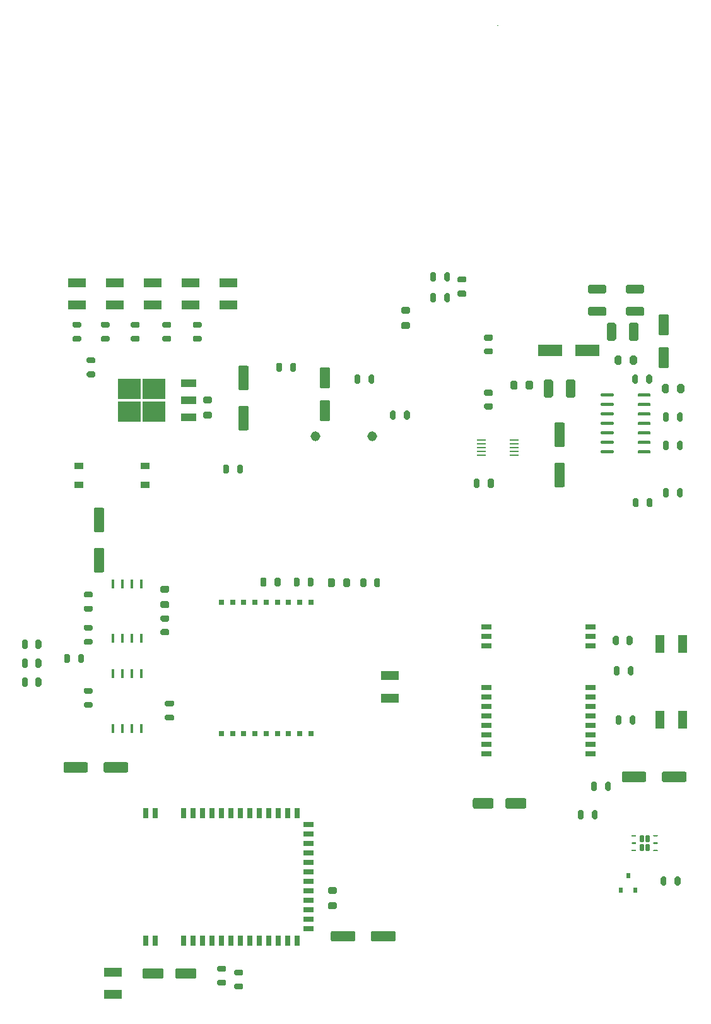
<source format=gbr>
G04 #@! TF.GenerationSoftware,KiCad,Pcbnew,(5.1.12)-1*
G04 #@! TF.CreationDate,2021-12-06T17:16:18+10:00*
G04 #@! TF.ProjectId,stmsplat2,73746d73-706c-4617-9432-2e6b69636164,rev?*
G04 #@! TF.SameCoordinates,Original*
G04 #@! TF.FileFunction,Paste,Top*
G04 #@! TF.FilePolarity,Positive*
%FSLAX46Y46*%
G04 Gerber Fmt 4.6, Leading zero omitted, Abs format (unit mm)*
G04 Created by KiCad (PCBNEW (5.1.12)-1) date 2021-12-06 17:16:18*
%MOMM*%
%LPD*%
G01*
G04 APERTURE LIST*
%ADD10C,0.200000*%
%ADD11R,1.298400X0.198400*%
%ADD12R,1.396800X0.796800*%
%ADD13R,1.296800X0.896800*%
%ADD14R,0.596800X0.696800*%
%ADD15R,1.296800X2.396800*%
%ADD16R,2.396800X1.296800*%
%ADD17R,3.296800X1.596800*%
%ADD18R,0.355600X1.295400*%
%ADD19R,1.996800X0.996800*%
%ADD20R,3.050000X2.750000*%
%ADD21R,0.796800X1.396800*%
%ADD22R,0.709300X0.796800*%
%ADD23C,1.316800*%
G04 APERTURE END LIST*
D10*
X125100000Y-33800000D02*
X125090000Y-33790000D01*
D11*
X127295000Y-89470000D03*
X127295000Y-89970000D03*
X127295000Y-90470000D03*
X127295000Y-90970000D03*
X127295000Y-91470000D03*
X122895000Y-91470000D03*
X122895000Y-90970000D03*
X122895000Y-90470000D03*
X122895000Y-89970000D03*
X122895000Y-89470000D03*
D12*
X137505800Y-122629600D03*
X137505800Y-123899600D03*
X137505800Y-125169600D03*
X137505800Y-126439600D03*
X137505800Y-127709600D03*
X137505800Y-128979600D03*
X137505800Y-130249600D03*
X137505800Y-131519600D03*
X137505800Y-115789600D03*
X137505800Y-114519600D03*
X137505800Y-117059600D03*
X123505800Y-115789600D03*
X123505800Y-114519600D03*
X123505800Y-117059600D03*
X123505800Y-126439600D03*
X123505800Y-123899600D03*
X123505800Y-130249600D03*
X123505800Y-131519600D03*
X123505800Y-127709600D03*
X123505800Y-122629600D03*
X123505800Y-125169600D03*
X123505800Y-128979600D03*
G36*
G01*
X124222963Y-76130900D02*
X123427037Y-76130900D01*
G75*
G02*
X123226600Y-75930463I0J200437D01*
G01*
X123226600Y-75509537D01*
G75*
G02*
X123427037Y-75309100I200437J0D01*
G01*
X124222963Y-75309100D01*
G75*
G02*
X124423400Y-75509537I0J-200437D01*
G01*
X124423400Y-75930463D01*
G75*
G02*
X124222963Y-76130900I-200437J0D01*
G01*
G37*
G36*
G01*
X124222963Y-77955900D02*
X123427037Y-77955900D01*
G75*
G02*
X123226600Y-77755463I0J200437D01*
G01*
X123226600Y-77334537D01*
G75*
G02*
X123427037Y-77134100I200437J0D01*
G01*
X124222963Y-77134100D01*
G75*
G02*
X124423400Y-77334537I0J-200437D01*
G01*
X124423400Y-77755463D01*
G75*
G02*
X124222963Y-77955900I-200437J0D01*
G01*
G37*
G36*
G01*
X124222963Y-83520900D02*
X123427037Y-83520900D01*
G75*
G02*
X123226600Y-83320463I0J200437D01*
G01*
X123226600Y-82899537D01*
G75*
G02*
X123427037Y-82699100I200437J0D01*
G01*
X124222963Y-82699100D01*
G75*
G02*
X124423400Y-82899537I0J-200437D01*
G01*
X124423400Y-83320463D01*
G75*
G02*
X124222963Y-83520900I-200437J0D01*
G01*
G37*
G36*
G01*
X124222963Y-85345900D02*
X123427037Y-85345900D01*
G75*
G02*
X123226600Y-85145463I0J200437D01*
G01*
X123226600Y-84724537D01*
G75*
G02*
X123427037Y-84524100I200437J0D01*
G01*
X124222963Y-84524100D01*
G75*
G02*
X124423400Y-84724537I0J-200437D01*
G01*
X124423400Y-85145463D01*
G75*
G02*
X124222963Y-85345900I-200437J0D01*
G01*
G37*
G36*
G01*
X101373850Y-84113600D02*
X102334150Y-84113600D01*
G75*
G02*
X102552400Y-84331850I0J-218250D01*
G01*
X102552400Y-86692150D01*
G75*
G02*
X102334150Y-86910400I-218250J0D01*
G01*
X101373850Y-86910400D01*
G75*
G02*
X101155600Y-86692150I0J218250D01*
G01*
X101155600Y-84331850D01*
G75*
G02*
X101373850Y-84113600I218250J0D01*
G01*
G37*
G36*
G01*
X101373850Y-79713600D02*
X102334150Y-79713600D01*
G75*
G02*
X102552400Y-79931850I0J-218250D01*
G01*
X102552400Y-82292150D01*
G75*
G02*
X102334150Y-82510400I-218250J0D01*
G01*
X101373850Y-82510400D01*
G75*
G02*
X101155600Y-82292150I0J218250D01*
G01*
X101155600Y-79931850D01*
G75*
G02*
X101373850Y-79713600I218250J0D01*
G01*
G37*
D13*
X68829000Y-95427800D03*
X77729000Y-92887800D03*
X68829000Y-92887800D03*
X77729000Y-95427800D03*
G36*
G01*
X70068400Y-132869850D02*
X70068400Y-133830150D01*
G75*
G02*
X69850150Y-134048400I-218250J0D01*
G01*
X66989850Y-134048400D01*
G75*
G02*
X66771600Y-133830150I0J218250D01*
G01*
X66771600Y-132869850D01*
G75*
G02*
X66989850Y-132651600I218250J0D01*
G01*
X69850150Y-132651600D01*
G75*
G02*
X70068400Y-132869850I0J-218250D01*
G01*
G37*
G36*
G01*
X75468400Y-132869850D02*
X75468400Y-133830150D01*
G75*
G02*
X75250150Y-134048400I-218250J0D01*
G01*
X72389850Y-134048400D01*
G75*
G02*
X72171600Y-133830150I0J218250D01*
G01*
X72171600Y-132869850D01*
G75*
G02*
X72389850Y-132651600I218250J0D01*
G01*
X75250150Y-132651600D01*
G75*
G02*
X75468400Y-132869850I0J-218250D01*
G01*
G37*
G36*
G01*
X72030150Y-101818400D02*
X71069850Y-101818400D01*
G75*
G02*
X70851600Y-101600150I0J218250D01*
G01*
X70851600Y-98739850D01*
G75*
G02*
X71069850Y-98521600I218250J0D01*
G01*
X72030150Y-98521600D01*
G75*
G02*
X72248400Y-98739850I0J-218250D01*
G01*
X72248400Y-101600150D01*
G75*
G02*
X72030150Y-101818400I-218250J0D01*
G01*
G37*
G36*
G01*
X72030150Y-107218400D02*
X71069850Y-107218400D01*
G75*
G02*
X70851600Y-107000150I0J218250D01*
G01*
X70851600Y-104139850D01*
G75*
G02*
X71069850Y-103921600I218250J0D01*
G01*
X72030150Y-103921600D01*
G75*
G02*
X72248400Y-104139850I0J-218250D01*
G01*
X72248400Y-107000150D01*
G75*
G02*
X72030150Y-107218400I-218250J0D01*
G01*
G37*
G36*
G01*
X80198400Y-160519850D02*
X80198400Y-161480150D01*
G75*
G02*
X79980150Y-161698400I-218250J0D01*
G01*
X77619850Y-161698400D01*
G75*
G02*
X77401600Y-161480150I0J218250D01*
G01*
X77401600Y-160519850D01*
G75*
G02*
X77619850Y-160301600I218250J0D01*
G01*
X79980150Y-160301600D01*
G75*
G02*
X80198400Y-160519850I0J-218250D01*
G01*
G37*
G36*
G01*
X84598400Y-160519850D02*
X84598400Y-161480150D01*
G75*
G02*
X84380150Y-161698400I-218250J0D01*
G01*
X82019850Y-161698400D01*
G75*
G02*
X81801600Y-161480150I0J218250D01*
G01*
X81801600Y-160519850D01*
G75*
G02*
X82019850Y-160301600I218250J0D01*
G01*
X84380150Y-160301600D01*
G75*
G02*
X84598400Y-160519850I0J-218250D01*
G01*
G37*
G36*
G01*
X93998400Y-108075800D02*
X93998400Y-108924200D01*
G75*
G02*
X93799200Y-109123400I-199200J0D01*
G01*
X93400800Y-109123400D01*
G75*
G02*
X93201600Y-108924200I0J199200D01*
G01*
X93201600Y-108075800D01*
G75*
G02*
X93400800Y-107876600I199200J0D01*
G01*
X93799200Y-107876600D01*
G75*
G02*
X93998400Y-108075800I0J-199200D01*
G01*
G37*
G36*
G01*
X95898400Y-108075800D02*
X95898400Y-108924200D01*
G75*
G02*
X95699200Y-109123400I-199200J0D01*
G01*
X95300800Y-109123400D01*
G75*
G02*
X95101600Y-108924200I0J199200D01*
G01*
X95101600Y-108075800D01*
G75*
G02*
X95300800Y-107876600I199200J0D01*
G01*
X95699200Y-107876600D01*
G75*
G02*
X95898400Y-108075800I0J-199200D01*
G01*
G37*
G36*
G01*
X103198400Y-108192425D02*
X103198400Y-108977575D01*
G75*
G02*
X102992575Y-109183400I-205825J0D01*
G01*
X102457425Y-109183400D01*
G75*
G02*
X102251600Y-108977575I0J205825D01*
G01*
X102251600Y-108192425D01*
G75*
G02*
X102457425Y-107986600I205825J0D01*
G01*
X102992575Y-107986600D01*
G75*
G02*
X103198400Y-108192425I0J-205825D01*
G01*
G37*
G36*
G01*
X105248400Y-108192425D02*
X105248400Y-108977575D01*
G75*
G02*
X105042575Y-109183400I-205825J0D01*
G01*
X104507425Y-109183400D01*
G75*
G02*
X104301600Y-108977575I0J205825D01*
G01*
X104301600Y-108192425D01*
G75*
G02*
X104507425Y-107986600I205825J0D01*
G01*
X105042575Y-107986600D01*
G75*
G02*
X105248400Y-108192425I0J-205825D01*
G01*
G37*
G36*
G01*
X79993037Y-114801600D02*
X80788963Y-114801600D01*
G75*
G02*
X80989400Y-115002037I0J-200437D01*
G01*
X80989400Y-115422963D01*
G75*
G02*
X80788963Y-115623400I-200437J0D01*
G01*
X79993037Y-115623400D01*
G75*
G02*
X79792600Y-115422963I0J200437D01*
G01*
X79792600Y-115002037D01*
G75*
G02*
X79993037Y-114801600I200437J0D01*
G01*
G37*
G36*
G01*
X79993037Y-112976600D02*
X80788963Y-112976600D01*
G75*
G02*
X80989400Y-113177037I0J-200437D01*
G01*
X80989400Y-113597963D01*
G75*
G02*
X80788963Y-113798400I-200437J0D01*
G01*
X79993037Y-113798400D01*
G75*
G02*
X79792600Y-113597963I0J200437D01*
G01*
X79792600Y-113177037D01*
G75*
G02*
X79993037Y-112976600I200437J0D01*
G01*
G37*
G36*
G01*
X62005900Y-118982037D02*
X62005900Y-119777963D01*
G75*
G02*
X61805463Y-119978400I-200437J0D01*
G01*
X61384537Y-119978400D01*
G75*
G02*
X61184100Y-119777963I0J200437D01*
G01*
X61184100Y-118982037D01*
G75*
G02*
X61384537Y-118781600I200437J0D01*
G01*
X61805463Y-118781600D01*
G75*
G02*
X62005900Y-118982037I0J-200437D01*
G01*
G37*
G36*
G01*
X63830900Y-118982037D02*
X63830900Y-119777963D01*
G75*
G02*
X63630463Y-119978400I-200437J0D01*
G01*
X63209537Y-119978400D01*
G75*
G02*
X63009100Y-119777963I0J200437D01*
G01*
X63009100Y-118982037D01*
G75*
G02*
X63209537Y-118781600I200437J0D01*
G01*
X63630463Y-118781600D01*
G75*
G02*
X63830900Y-118982037I0J-200437D01*
G01*
G37*
G36*
G01*
X62005900Y-121522037D02*
X62005900Y-122317963D01*
G75*
G02*
X61805463Y-122518400I-200437J0D01*
G01*
X61384537Y-122518400D01*
G75*
G02*
X61184100Y-122317963I0J200437D01*
G01*
X61184100Y-121522037D01*
G75*
G02*
X61384537Y-121321600I200437J0D01*
G01*
X61805463Y-121321600D01*
G75*
G02*
X62005900Y-121522037I0J-200437D01*
G01*
G37*
G36*
G01*
X63830900Y-121522037D02*
X63830900Y-122317963D01*
G75*
G02*
X63630463Y-122518400I-200437J0D01*
G01*
X63209537Y-122518400D01*
G75*
G02*
X63009100Y-122317963I0J200437D01*
G01*
X63009100Y-121522037D01*
G75*
G02*
X63209537Y-121321600I200437J0D01*
G01*
X63630463Y-121321600D01*
G75*
G02*
X63830900Y-121522037I0J-200437D01*
G01*
G37*
G36*
G01*
X62005900Y-116442037D02*
X62005900Y-117237963D01*
G75*
G02*
X61805463Y-117438400I-200437J0D01*
G01*
X61384537Y-117438400D01*
G75*
G02*
X61184100Y-117237963I0J200437D01*
G01*
X61184100Y-116442037D01*
G75*
G02*
X61384537Y-116241600I200437J0D01*
G01*
X61805463Y-116241600D01*
G75*
G02*
X62005900Y-116442037I0J-200437D01*
G01*
G37*
G36*
G01*
X63830900Y-116442037D02*
X63830900Y-117237963D01*
G75*
G02*
X63630463Y-117438400I-200437J0D01*
G01*
X63209537Y-117438400D01*
G75*
G02*
X63009100Y-117237963I0J200437D01*
G01*
X63009100Y-116442037D01*
G75*
G02*
X63209537Y-116241600I200437J0D01*
G01*
X63630463Y-116241600D01*
G75*
G02*
X63830900Y-116442037I0J-200437D01*
G01*
G37*
G36*
G01*
X79998425Y-111041600D02*
X80783575Y-111041600D01*
G75*
G02*
X80989400Y-111247425I0J-205825D01*
G01*
X80989400Y-111782575D01*
G75*
G02*
X80783575Y-111988400I-205825J0D01*
G01*
X79998425Y-111988400D01*
G75*
G02*
X79792600Y-111782575I0J205825D01*
G01*
X79792600Y-111247425D01*
G75*
G02*
X79998425Y-111041600I205825J0D01*
G01*
G37*
G36*
G01*
X79998425Y-108991600D02*
X80783575Y-108991600D01*
G75*
G02*
X80989400Y-109197425I0J-205825D01*
G01*
X80989400Y-109732575D01*
G75*
G02*
X80783575Y-109938400I-205825J0D01*
G01*
X79998425Y-109938400D01*
G75*
G02*
X79792600Y-109732575I0J205825D01*
G01*
X79792600Y-109197425D01*
G75*
G02*
X79998425Y-108991600I205825J0D01*
G01*
G37*
G36*
G01*
X140945400Y-73920950D02*
X140945400Y-75939050D01*
G75*
G02*
X140731050Y-76153400I-214350J0D01*
G01*
X139937950Y-76153400D01*
G75*
G02*
X139723600Y-75939050I0J214350D01*
G01*
X139723600Y-73920950D01*
G75*
G02*
X139937950Y-73706600I214350J0D01*
G01*
X140731050Y-73706600D01*
G75*
G02*
X140945400Y-73920950I0J-214350D01*
G01*
G37*
G36*
G01*
X143920400Y-73920950D02*
X143920400Y-75939050D01*
G75*
G02*
X143706050Y-76153400I-214350J0D01*
G01*
X142912950Y-76153400D01*
G75*
G02*
X142698600Y-75939050I0J214350D01*
G01*
X142698600Y-73920950D01*
G75*
G02*
X142912950Y-73706600I214350J0D01*
G01*
X143706050Y-73706600D01*
G75*
G02*
X143920400Y-73920950I0J-214350D01*
G01*
G37*
G36*
G01*
X147800150Y-75398400D02*
X146839850Y-75398400D01*
G75*
G02*
X146621600Y-75180150I0J218250D01*
G01*
X146621600Y-72819850D01*
G75*
G02*
X146839850Y-72601600I218250J0D01*
G01*
X147800150Y-72601600D01*
G75*
G02*
X148018400Y-72819850I0J-218250D01*
G01*
X148018400Y-75180150D01*
G75*
G02*
X147800150Y-75398400I-218250J0D01*
G01*
G37*
G36*
G01*
X147800150Y-79798400D02*
X146839850Y-79798400D01*
G75*
G02*
X146621600Y-79580150I0J218250D01*
G01*
X146621600Y-77219850D01*
G75*
G02*
X146839850Y-77001600I218250J0D01*
G01*
X147800150Y-77001600D01*
G75*
G02*
X148018400Y-77219850I0J-218250D01*
G01*
X148018400Y-79580150D01*
G75*
G02*
X147800150Y-79798400I-218250J0D01*
G01*
G37*
G36*
G01*
X126109600Y-138656150D02*
X126109600Y-137695850D01*
G75*
G02*
X126327850Y-137477600I218250J0D01*
G01*
X128688150Y-137477600D01*
G75*
G02*
X128906400Y-137695850I0J-218250D01*
G01*
X128906400Y-138656150D01*
G75*
G02*
X128688150Y-138874400I-218250J0D01*
G01*
X126327850Y-138874400D01*
G75*
G02*
X126109600Y-138656150I0J218250D01*
G01*
G37*
G36*
G01*
X121709600Y-138656150D02*
X121709600Y-137695850D01*
G75*
G02*
X121927850Y-137477600I218250J0D01*
G01*
X124288150Y-137477600D01*
G75*
G02*
X124506400Y-137695850I0J-218250D01*
G01*
X124506400Y-138656150D01*
G75*
G02*
X124288150Y-138874400I-218250J0D01*
G01*
X121927850Y-138874400D01*
G75*
G02*
X121709600Y-138656150I0J218250D01*
G01*
G37*
G36*
G01*
X108051600Y-156480150D02*
X108051600Y-155519850D01*
G75*
G02*
X108269850Y-155301600I218250J0D01*
G01*
X111130150Y-155301600D01*
G75*
G02*
X111348400Y-155519850I0J-218250D01*
G01*
X111348400Y-156480150D01*
G75*
G02*
X111130150Y-156698400I-218250J0D01*
G01*
X108269850Y-156698400D01*
G75*
G02*
X108051600Y-156480150I0J218250D01*
G01*
G37*
G36*
G01*
X102651600Y-156480150D02*
X102651600Y-155519850D01*
G75*
G02*
X102869850Y-155301600I218250J0D01*
G01*
X105730150Y-155301600D01*
G75*
G02*
X105948400Y-155519850I0J-218250D01*
G01*
X105948400Y-156480150D01*
G75*
G02*
X105730150Y-156698400I-218250J0D01*
G01*
X102869850Y-156698400D01*
G75*
G02*
X102651600Y-156480150I0J218250D01*
G01*
G37*
D14*
X142560000Y-147860000D03*
X143510000Y-149860000D03*
X141610000Y-149860000D03*
G36*
G01*
X147101600Y-135100150D02*
X147101600Y-134139850D01*
G75*
G02*
X147319850Y-133921600I218250J0D01*
G01*
X150180150Y-133921600D01*
G75*
G02*
X150398400Y-134139850I0J-218250D01*
G01*
X150398400Y-135100150D01*
G75*
G02*
X150180150Y-135318400I-218250J0D01*
G01*
X147319850Y-135318400D01*
G75*
G02*
X147101600Y-135100150I0J218250D01*
G01*
G37*
G36*
G01*
X141701600Y-135100150D02*
X141701600Y-134139850D01*
G75*
G02*
X141919850Y-133921600I218250J0D01*
G01*
X144780150Y-133921600D01*
G75*
G02*
X144998400Y-134139850I0J-218250D01*
G01*
X144998400Y-135100150D01*
G75*
G02*
X144780150Y-135318400I-218250J0D01*
G01*
X141919850Y-135318400D01*
G75*
G02*
X141701600Y-135100150I0J218250D01*
G01*
G37*
G36*
G01*
X132869850Y-92491600D02*
X133830150Y-92491600D01*
G75*
G02*
X134048400Y-92709850I0J-218250D01*
G01*
X134048400Y-95570150D01*
G75*
G02*
X133830150Y-95788400I-218250J0D01*
G01*
X132869850Y-95788400D01*
G75*
G02*
X132651600Y-95570150I0J218250D01*
G01*
X132651600Y-92709850D01*
G75*
G02*
X132869850Y-92491600I218250J0D01*
G01*
G37*
G36*
G01*
X132869850Y-87091600D02*
X133830150Y-87091600D01*
G75*
G02*
X134048400Y-87309850I0J-218250D01*
G01*
X134048400Y-90170150D01*
G75*
G02*
X133830150Y-90388400I-218250J0D01*
G01*
X132869850Y-90388400D01*
G75*
G02*
X132651600Y-90170150I0J218250D01*
G01*
X132651600Y-87309850D01*
G75*
G02*
X132869850Y-87091600I218250J0D01*
G01*
G37*
G36*
G01*
X90451850Y-84871600D02*
X91412150Y-84871600D01*
G75*
G02*
X91630400Y-85089850I0J-218250D01*
G01*
X91630400Y-87950150D01*
G75*
G02*
X91412150Y-88168400I-218250J0D01*
G01*
X90451850Y-88168400D01*
G75*
G02*
X90233600Y-87950150I0J218250D01*
G01*
X90233600Y-85089850D01*
G75*
G02*
X90451850Y-84871600I218250J0D01*
G01*
G37*
G36*
G01*
X90451850Y-79471600D02*
X91412150Y-79471600D01*
G75*
G02*
X91630400Y-79689850I0J-218250D01*
G01*
X91630400Y-82550150D01*
G75*
G02*
X91412150Y-82768400I-218250J0D01*
G01*
X90451850Y-82768400D01*
G75*
G02*
X90233600Y-82550150I0J218250D01*
G01*
X90233600Y-79689850D01*
G75*
G02*
X90451850Y-79471600I218250J0D01*
G01*
G37*
G36*
G01*
X117899600Y-70763450D02*
X117899600Y-69952550D01*
G75*
G02*
X118092550Y-69759600I192950J0D01*
G01*
X118478450Y-69759600D01*
G75*
G02*
X118671400Y-69952550I0J-192950D01*
G01*
X118671400Y-70763450D01*
G75*
G02*
X118478450Y-70956400I-192950J0D01*
G01*
X118092550Y-70956400D01*
G75*
G02*
X117899600Y-70763450I0J192950D01*
G01*
G37*
G36*
G01*
X116024600Y-70763450D02*
X116024600Y-69952550D01*
G75*
G02*
X116217550Y-69759600I192950J0D01*
G01*
X116603450Y-69759600D01*
G75*
G02*
X116796400Y-69952550I0J-192950D01*
G01*
X116796400Y-70763450D01*
G75*
G02*
X116603450Y-70956400I-192950J0D01*
G01*
X116217550Y-70956400D01*
G75*
G02*
X116024600Y-70763450I0J192950D01*
G01*
G37*
G36*
G01*
X96110400Y-79287050D02*
X96110400Y-80097950D01*
G75*
G02*
X95917450Y-80290900I-192950J0D01*
G01*
X95531550Y-80290900D01*
G75*
G02*
X95338600Y-80097950I0J192950D01*
G01*
X95338600Y-79287050D01*
G75*
G02*
X95531550Y-79094100I192950J0D01*
G01*
X95917450Y-79094100D01*
G75*
G02*
X96110400Y-79287050I0J-192950D01*
G01*
G37*
G36*
G01*
X97985400Y-79287050D02*
X97985400Y-80097950D01*
G75*
G02*
X97792450Y-80290900I-192950J0D01*
G01*
X97406550Y-80290900D01*
G75*
G02*
X97213600Y-80097950I0J192950D01*
G01*
X97213600Y-79287050D01*
G75*
G02*
X97406550Y-79094100I192950J0D01*
G01*
X97792450Y-79094100D01*
G75*
G02*
X97985400Y-79287050I0J-192950D01*
G01*
G37*
G36*
G01*
X134226600Y-83559050D02*
X134226600Y-81540950D01*
G75*
G02*
X134440950Y-81326600I214350J0D01*
G01*
X135234050Y-81326600D01*
G75*
G02*
X135448400Y-81540950I0J-214350D01*
G01*
X135448400Y-83559050D01*
G75*
G02*
X135234050Y-83773400I-214350J0D01*
G01*
X134440950Y-83773400D01*
G75*
G02*
X134226600Y-83559050I0J214350D01*
G01*
G37*
G36*
G01*
X131251600Y-83559050D02*
X131251600Y-81540950D01*
G75*
G02*
X131465950Y-81326600I214350J0D01*
G01*
X132259050Y-81326600D01*
G75*
G02*
X132473400Y-81540950I0J-214350D01*
G01*
X132473400Y-83559050D01*
G75*
G02*
X132259050Y-83773400I-214350J0D01*
G01*
X131465950Y-83773400D01*
G75*
G02*
X131251600Y-83559050I0J214350D01*
G01*
G37*
D15*
X149860000Y-116840000D03*
X146860000Y-116840000D03*
D16*
X78740000Y-71350000D03*
X78740000Y-68350000D03*
X83820000Y-71350000D03*
X83820000Y-68350000D03*
X110617000Y-124055000D03*
X110617000Y-121055000D03*
X88900000Y-71350000D03*
X88900000Y-68350000D03*
X73406000Y-163830000D03*
X73406000Y-160830000D03*
X73660000Y-71350000D03*
X73660000Y-68350000D03*
D17*
X132120000Y-77470000D03*
X137120000Y-77470000D03*
D15*
X149860000Y-127000000D03*
X146860000Y-127000000D03*
D16*
X68580000Y-71350000D03*
X68580000Y-68350000D03*
G36*
G01*
X142500950Y-71579100D02*
X144519050Y-71579100D01*
G75*
G02*
X144733400Y-71793450I0J-214350D01*
G01*
X144733400Y-72586550D01*
G75*
G02*
X144519050Y-72800900I-214350J0D01*
G01*
X142500950Y-72800900D01*
G75*
G02*
X142286600Y-72586550I0J214350D01*
G01*
X142286600Y-71793450D01*
G75*
G02*
X142500950Y-71579100I214350J0D01*
G01*
G37*
G36*
G01*
X142500950Y-68604100D02*
X144519050Y-68604100D01*
G75*
G02*
X144733400Y-68818450I0J-214350D01*
G01*
X144733400Y-69611550D01*
G75*
G02*
X144519050Y-69825900I-214350J0D01*
G01*
X142500950Y-69825900D01*
G75*
G02*
X142286600Y-69611550I0J214350D01*
G01*
X142286600Y-68818450D01*
G75*
G02*
X142500950Y-68604100I214350J0D01*
G01*
G37*
G36*
G01*
X139439050Y-69825900D02*
X137420950Y-69825900D01*
G75*
G02*
X137206600Y-69611550I0J214350D01*
G01*
X137206600Y-68818450D01*
G75*
G02*
X137420950Y-68604100I214350J0D01*
G01*
X139439050Y-68604100D01*
G75*
G02*
X139653400Y-68818450I0J-214350D01*
G01*
X139653400Y-69611550D01*
G75*
G02*
X139439050Y-69825900I-214350J0D01*
G01*
G37*
G36*
G01*
X139439050Y-72800900D02*
X137420950Y-72800900D01*
G75*
G02*
X137206600Y-72586550I0J214350D01*
G01*
X137206600Y-71793450D01*
G75*
G02*
X137420950Y-71579100I214350J0D01*
G01*
X139439050Y-71579100D01*
G75*
G02*
X139653400Y-71793450I0J-214350D01*
G01*
X139653400Y-72586550D01*
G75*
G02*
X139439050Y-72800900I-214350J0D01*
G01*
G37*
G36*
G01*
X128821600Y-82485375D02*
X128821600Y-81700225D01*
G75*
G02*
X129027425Y-81494400I205825J0D01*
G01*
X129562575Y-81494400D01*
G75*
G02*
X129768400Y-81700225I0J-205825D01*
G01*
X129768400Y-82485375D01*
G75*
G02*
X129562575Y-82691200I-205825J0D01*
G01*
X129027425Y-82691200D01*
G75*
G02*
X128821600Y-82485375I0J205825D01*
G01*
G37*
G36*
G01*
X126771600Y-82485375D02*
X126771600Y-81700225D01*
G75*
G02*
X126977425Y-81494400I205825J0D01*
G01*
X127512575Y-81494400D01*
G75*
G02*
X127718400Y-81700225I0J-205825D01*
G01*
X127718400Y-82485375D01*
G75*
G02*
X127512575Y-82691200I-205825J0D01*
G01*
X126977425Y-82691200D01*
G75*
G02*
X126771600Y-82485375I0J205825D01*
G01*
G37*
G36*
G01*
X141688400Y-78347425D02*
X141688400Y-79132575D01*
G75*
G02*
X141482575Y-79338400I-205825J0D01*
G01*
X140947425Y-79338400D01*
G75*
G02*
X140741600Y-79132575I0J205825D01*
G01*
X140741600Y-78347425D01*
G75*
G02*
X140947425Y-78141600I205825J0D01*
G01*
X141482575Y-78141600D01*
G75*
G02*
X141688400Y-78347425I0J-205825D01*
G01*
G37*
G36*
G01*
X143738400Y-78347425D02*
X143738400Y-79132575D01*
G75*
G02*
X143532575Y-79338400I-205825J0D01*
G01*
X142997425Y-79338400D01*
G75*
G02*
X142791600Y-79132575I0J205825D01*
G01*
X142791600Y-78347425D01*
G75*
G02*
X142997425Y-78141600I205825J0D01*
G01*
X143532575Y-78141600D01*
G75*
G02*
X143738400Y-78347425I0J-205825D01*
G01*
G37*
G36*
G01*
X145062600Y-98258950D02*
X145062600Y-97448050D01*
G75*
G02*
X145255550Y-97255100I192950J0D01*
G01*
X145641450Y-97255100D01*
G75*
G02*
X145834400Y-97448050I0J-192950D01*
G01*
X145834400Y-98258950D01*
G75*
G02*
X145641450Y-98451900I-192950J0D01*
G01*
X145255550Y-98451900D01*
G75*
G02*
X145062600Y-98258950I0J192950D01*
G01*
G37*
G36*
G01*
X143187600Y-98258950D02*
X143187600Y-97448050D01*
G75*
G02*
X143380550Y-97255100I192950J0D01*
G01*
X143766450Y-97255100D01*
G75*
G02*
X143959400Y-97448050I0J-192950D01*
G01*
X143959400Y-98258950D01*
G75*
G02*
X143766450Y-98451900I-192950J0D01*
G01*
X143380550Y-98451900D01*
G75*
G02*
X143187600Y-98258950I0J192950D01*
G01*
G37*
D18*
X73406000Y-128117600D03*
X74676000Y-128117600D03*
X75946000Y-128117600D03*
X77216000Y-128117600D03*
X77216000Y-120802400D03*
X75946000Y-120802400D03*
X74676000Y-120802400D03*
X73406000Y-120802400D03*
G36*
G01*
X144105000Y-143245000D02*
X144105000Y-142575000D01*
G75*
G02*
X144255000Y-142425000I150000J0D01*
G01*
X144555000Y-142425000D01*
G75*
G02*
X144705000Y-142575000I0J-150000D01*
G01*
X144705000Y-143245000D01*
G75*
G02*
X144555000Y-143395000I-150000J0D01*
G01*
X144255000Y-143395000D01*
G75*
G02*
X144105000Y-143245000I0J150000D01*
G01*
G37*
G36*
G01*
X144105000Y-144445000D02*
X144105000Y-143775000D01*
G75*
G02*
X144255000Y-143625000I150000J0D01*
G01*
X144555000Y-143625000D01*
G75*
G02*
X144705000Y-143775000I0J-150000D01*
G01*
X144705000Y-144445000D01*
G75*
G02*
X144555000Y-144595000I-150000J0D01*
G01*
X144255000Y-144595000D01*
G75*
G02*
X144105000Y-144445000I0J150000D01*
G01*
G37*
G36*
G01*
X144855000Y-143245000D02*
X144855000Y-142575000D01*
G75*
G02*
X145005000Y-142425000I150000J0D01*
G01*
X145305000Y-142425000D01*
G75*
G02*
X145455000Y-142575000I0J-150000D01*
G01*
X145455000Y-143245000D01*
G75*
G02*
X145305000Y-143395000I-150000J0D01*
G01*
X145005000Y-143395000D01*
G75*
G02*
X144855000Y-143245000I0J150000D01*
G01*
G37*
G36*
G01*
X144855000Y-144445000D02*
X144855000Y-143775000D01*
G75*
G02*
X145005000Y-143625000I150000J0D01*
G01*
X145305000Y-143625000D01*
G75*
G02*
X145455000Y-143775000I0J-150000D01*
G01*
X145455000Y-144445000D01*
G75*
G02*
X145305000Y-144595000I-150000J0D01*
G01*
X145005000Y-144595000D01*
G75*
G02*
X144855000Y-144445000I0J150000D01*
G01*
G37*
G36*
G01*
X143031600Y-142559200D02*
X143031600Y-142460800D01*
G75*
G02*
X143080800Y-142411600I49200J0D01*
G01*
X143579200Y-142411600D01*
G75*
G02*
X143628400Y-142460800I0J-49200D01*
G01*
X143628400Y-142559200D01*
G75*
G02*
X143579200Y-142608400I-49200J0D01*
G01*
X143080800Y-142608400D01*
G75*
G02*
X143031600Y-142559200I0J49200D01*
G01*
G37*
G36*
G01*
X143031600Y-143559200D02*
X143031600Y-143460800D01*
G75*
G02*
X143080800Y-143411600I49200J0D01*
G01*
X143579200Y-143411600D01*
G75*
G02*
X143628400Y-143460800I0J-49200D01*
G01*
X143628400Y-143559200D01*
G75*
G02*
X143579200Y-143608400I-49200J0D01*
G01*
X143080800Y-143608400D01*
G75*
G02*
X143031600Y-143559200I0J49200D01*
G01*
G37*
G36*
G01*
X143031600Y-144559200D02*
X143031600Y-144460800D01*
G75*
G02*
X143080800Y-144411600I49200J0D01*
G01*
X143579200Y-144411600D01*
G75*
G02*
X143628400Y-144460800I0J-49200D01*
G01*
X143628400Y-144559200D01*
G75*
G02*
X143579200Y-144608400I-49200J0D01*
G01*
X143080800Y-144608400D01*
G75*
G02*
X143031600Y-144559200I0J49200D01*
G01*
G37*
G36*
G01*
X145931600Y-144559200D02*
X145931600Y-144460800D01*
G75*
G02*
X145980800Y-144411600I49200J0D01*
G01*
X146479200Y-144411600D01*
G75*
G02*
X146528400Y-144460800I0J-49200D01*
G01*
X146528400Y-144559200D01*
G75*
G02*
X146479200Y-144608400I-49200J0D01*
G01*
X145980800Y-144608400D01*
G75*
G02*
X145931600Y-144559200I0J49200D01*
G01*
G37*
G36*
G01*
X145931600Y-143559200D02*
X145931600Y-143460800D01*
G75*
G02*
X145980800Y-143411600I49200J0D01*
G01*
X146479200Y-143411600D01*
G75*
G02*
X146528400Y-143460800I0J-49200D01*
G01*
X146528400Y-143559200D01*
G75*
G02*
X146479200Y-143608400I-49200J0D01*
G01*
X145980800Y-143608400D01*
G75*
G02*
X145931600Y-143559200I0J49200D01*
G01*
G37*
G36*
G01*
X145931600Y-142559200D02*
X145931600Y-142460800D01*
G75*
G02*
X145980800Y-142411600I49200J0D01*
G01*
X146479200Y-142411600D01*
G75*
G02*
X146528400Y-142460800I0J-49200D01*
G01*
X146528400Y-142559200D01*
G75*
G02*
X146479200Y-142608400I-49200J0D01*
G01*
X145980800Y-142608400D01*
G75*
G02*
X145931600Y-142559200I0J49200D01*
G01*
G37*
G36*
G01*
X118671400Y-67158550D02*
X118671400Y-67969450D01*
G75*
G02*
X118478450Y-68162400I-192950J0D01*
G01*
X118092550Y-68162400D01*
G75*
G02*
X117899600Y-67969450I0J192950D01*
G01*
X117899600Y-67158550D01*
G75*
G02*
X118092550Y-66965600I192950J0D01*
G01*
X118478450Y-66965600D01*
G75*
G02*
X118671400Y-67158550I0J-192950D01*
G01*
G37*
G36*
G01*
X116796400Y-67158550D02*
X116796400Y-67969450D01*
G75*
G02*
X116603450Y-68162400I-192950J0D01*
G01*
X116217550Y-68162400D01*
G75*
G02*
X116024600Y-67969450I0J192950D01*
G01*
X116024600Y-67158550D01*
G75*
G02*
X116217550Y-66965600I192950J0D01*
G01*
X116603450Y-66965600D01*
G75*
G02*
X116796400Y-67158550I0J-192950D01*
G01*
G37*
G36*
G01*
X113087575Y-74584400D02*
X112302425Y-74584400D01*
G75*
G02*
X112096600Y-74378575I0J205825D01*
G01*
X112096600Y-73843425D01*
G75*
G02*
X112302425Y-73637600I205825J0D01*
G01*
X113087575Y-73637600D01*
G75*
G02*
X113293400Y-73843425I0J-205825D01*
G01*
X113293400Y-74378575D01*
G75*
G02*
X113087575Y-74584400I-205825J0D01*
G01*
G37*
G36*
G01*
X113087575Y-72534400D02*
X112302425Y-72534400D01*
G75*
G02*
X112096600Y-72328575I0J205825D01*
G01*
X112096600Y-71793425D01*
G75*
G02*
X112302425Y-71587600I205825J0D01*
G01*
X113087575Y-71587600D01*
G75*
G02*
X113293400Y-71793425I0J-205825D01*
G01*
X113293400Y-72328575D01*
G75*
G02*
X113087575Y-72534400I-205825J0D01*
G01*
G37*
G36*
G01*
X85713425Y-85641600D02*
X86498575Y-85641600D01*
G75*
G02*
X86704400Y-85847425I0J-205825D01*
G01*
X86704400Y-86382575D01*
G75*
G02*
X86498575Y-86588400I-205825J0D01*
G01*
X85713425Y-86588400D01*
G75*
G02*
X85507600Y-86382575I0J205825D01*
G01*
X85507600Y-85847425D01*
G75*
G02*
X85713425Y-85641600I205825J0D01*
G01*
G37*
G36*
G01*
X85713425Y-83591600D02*
X86498575Y-83591600D01*
G75*
G02*
X86704400Y-83797425I0J-205825D01*
G01*
X86704400Y-84332575D01*
G75*
G02*
X86498575Y-84538400I-205825J0D01*
G01*
X85713425Y-84538400D01*
G75*
G02*
X85507600Y-84332575I0J205825D01*
G01*
X85507600Y-83797425D01*
G75*
G02*
X85713425Y-83591600I205825J0D01*
G01*
G37*
G36*
G01*
X147091600Y-82942575D02*
X147091600Y-82157425D01*
G75*
G02*
X147297425Y-81951600I205825J0D01*
G01*
X147832575Y-81951600D01*
G75*
G02*
X148038400Y-82157425I0J-205825D01*
G01*
X148038400Y-82942575D01*
G75*
G02*
X147832575Y-83148400I-205825J0D01*
G01*
X147297425Y-83148400D01*
G75*
G02*
X147091600Y-82942575I0J205825D01*
G01*
G37*
G36*
G01*
X149141600Y-82942575D02*
X149141600Y-82157425D01*
G75*
G02*
X149347425Y-81951600I205825J0D01*
G01*
X149882575Y-81951600D01*
G75*
G02*
X150088400Y-82157425I0J-205825D01*
G01*
X150088400Y-82942575D01*
G75*
G02*
X149882575Y-83148400I-205825J0D01*
G01*
X149347425Y-83148400D01*
G75*
G02*
X149141600Y-82942575I0J205825D01*
G01*
G37*
X73406000Y-116052600D03*
X74676000Y-116052600D03*
X75946000Y-116052600D03*
X77216000Y-116052600D03*
X77216000Y-108737400D03*
X75946000Y-108737400D03*
X74676000Y-108737400D03*
X73406000Y-108737400D03*
D19*
X83575000Y-86379400D03*
X83575000Y-84099400D03*
X83575000Y-81819400D03*
D20*
X75600000Y-82574400D03*
X78950000Y-85624400D03*
X75600000Y-85624400D03*
X78950000Y-82574400D03*
G36*
G01*
X108511400Y-80874550D02*
X108511400Y-81685450D01*
G75*
G02*
X108318450Y-81878400I-192950J0D01*
G01*
X107932550Y-81878400D01*
G75*
G02*
X107739600Y-81685450I0J192950D01*
G01*
X107739600Y-80874550D01*
G75*
G02*
X107932550Y-80681600I192950J0D01*
G01*
X108318450Y-80681600D01*
G75*
G02*
X108511400Y-80874550I0J-192950D01*
G01*
G37*
G36*
G01*
X106636400Y-80874550D02*
X106636400Y-81685450D01*
G75*
G02*
X106443450Y-81878400I-192950J0D01*
G01*
X106057550Y-81878400D01*
G75*
G02*
X105864600Y-81685450I0J192950D01*
G01*
X105864600Y-80874550D01*
G75*
G02*
X106057550Y-80681600I192950J0D01*
G01*
X106443450Y-80681600D01*
G75*
G02*
X106636400Y-80874550I0J-192950D01*
G01*
G37*
G36*
G01*
X143124600Y-81685450D02*
X143124600Y-80874550D01*
G75*
G02*
X143317550Y-80681600I192950J0D01*
G01*
X143703450Y-80681600D01*
G75*
G02*
X143896400Y-80874550I0J-192950D01*
G01*
X143896400Y-81685450D01*
G75*
G02*
X143703450Y-81878400I-192950J0D01*
G01*
X143317550Y-81878400D01*
G75*
G02*
X143124600Y-81685450I0J192950D01*
G01*
G37*
G36*
G01*
X144999600Y-81685450D02*
X144999600Y-80874550D01*
G75*
G02*
X145192550Y-80681600I192950J0D01*
G01*
X145578450Y-80681600D01*
G75*
G02*
X145771400Y-80874550I0J-192950D01*
G01*
X145771400Y-81685450D01*
G75*
G02*
X145578450Y-81878400I-192950J0D01*
G01*
X145192550Y-81878400D01*
G75*
G02*
X144999600Y-81685450I0J192950D01*
G01*
G37*
G36*
G01*
X149141600Y-86765450D02*
X149141600Y-85954550D01*
G75*
G02*
X149334550Y-85761600I192950J0D01*
G01*
X149720450Y-85761600D01*
G75*
G02*
X149913400Y-85954550I0J-192950D01*
G01*
X149913400Y-86765450D01*
G75*
G02*
X149720450Y-86958400I-192950J0D01*
G01*
X149334550Y-86958400D01*
G75*
G02*
X149141600Y-86765450I0J192950D01*
G01*
G37*
G36*
G01*
X147266600Y-86765450D02*
X147266600Y-85954550D01*
G75*
G02*
X147459550Y-85761600I192950J0D01*
G01*
X147845450Y-85761600D01*
G75*
G02*
X148038400Y-85954550I0J-192950D01*
G01*
X148038400Y-86765450D01*
G75*
G02*
X147845450Y-86958400I-192950J0D01*
G01*
X147459550Y-86958400D01*
G75*
G02*
X147266600Y-86765450I0J192950D01*
G01*
G37*
G36*
G01*
X147266600Y-96925450D02*
X147266600Y-96114550D01*
G75*
G02*
X147459550Y-95921600I192950J0D01*
G01*
X147845450Y-95921600D01*
G75*
G02*
X148038400Y-96114550I0J-192950D01*
G01*
X148038400Y-96925450D01*
G75*
G02*
X147845450Y-97118400I-192950J0D01*
G01*
X147459550Y-97118400D01*
G75*
G02*
X147266600Y-96925450I0J192950D01*
G01*
G37*
G36*
G01*
X149141600Y-96925450D02*
X149141600Y-96114550D01*
G75*
G02*
X149334550Y-95921600I192950J0D01*
G01*
X149720450Y-95921600D01*
G75*
G02*
X149913400Y-96114550I0J-192950D01*
G01*
X149913400Y-96925450D01*
G75*
G02*
X149720450Y-97118400I-192950J0D01*
G01*
X149334550Y-97118400D01*
G75*
G02*
X149141600Y-96925450I0J192950D01*
G01*
G37*
G36*
G01*
X99551600Y-108905450D02*
X99551600Y-108094550D01*
G75*
G02*
X99744550Y-107901600I192950J0D01*
G01*
X100130450Y-107901600D01*
G75*
G02*
X100323400Y-108094550I0J-192950D01*
G01*
X100323400Y-108905450D01*
G75*
G02*
X100130450Y-109098400I-192950J0D01*
G01*
X99744550Y-109098400D01*
G75*
G02*
X99551600Y-108905450I0J192950D01*
G01*
G37*
G36*
G01*
X97676600Y-108905450D02*
X97676600Y-108094550D01*
G75*
G02*
X97869550Y-107901600I192950J0D01*
G01*
X98255450Y-107901600D01*
G75*
G02*
X98448400Y-108094550I0J-192950D01*
G01*
X98448400Y-108905450D01*
G75*
G02*
X98255450Y-109098400I-192950J0D01*
G01*
X97869550Y-109098400D01*
G75*
G02*
X97676600Y-108905450I0J192950D01*
G01*
G37*
G36*
G01*
X140662600Y-120801450D02*
X140662600Y-119990550D01*
G75*
G02*
X140855550Y-119797600I192950J0D01*
G01*
X141241450Y-119797600D01*
G75*
G02*
X141434400Y-119990550I0J-192950D01*
G01*
X141434400Y-120801450D01*
G75*
G02*
X141241450Y-120994400I-192950J0D01*
G01*
X140855550Y-120994400D01*
G75*
G02*
X140662600Y-120801450I0J192950D01*
G01*
G37*
G36*
G01*
X142537600Y-120801450D02*
X142537600Y-119990550D01*
G75*
G02*
X142730550Y-119797600I192950J0D01*
G01*
X143116450Y-119797600D01*
G75*
G02*
X143309400Y-119990550I0J-192950D01*
G01*
X143309400Y-120801450D01*
G75*
G02*
X143116450Y-120994400I-192950J0D01*
G01*
X142730550Y-120994400D01*
G75*
G02*
X142537600Y-120801450I0J192950D01*
G01*
G37*
G36*
G01*
X137711600Y-140105450D02*
X137711600Y-139294550D01*
G75*
G02*
X137904550Y-139101600I192950J0D01*
G01*
X138290450Y-139101600D01*
G75*
G02*
X138483400Y-139294550I0J-192950D01*
G01*
X138483400Y-140105450D01*
G75*
G02*
X138290450Y-140298400I-192950J0D01*
G01*
X137904550Y-140298400D01*
G75*
G02*
X137711600Y-140105450I0J192950D01*
G01*
G37*
G36*
G01*
X135836600Y-140105450D02*
X135836600Y-139294550D01*
G75*
G02*
X136029550Y-139101600I192950J0D01*
G01*
X136415450Y-139101600D01*
G75*
G02*
X136608400Y-139294550I0J-192950D01*
G01*
X136608400Y-140105450D01*
G75*
G02*
X136415450Y-140298400I-192950J0D01*
G01*
X136029550Y-140298400D01*
G75*
G02*
X135836600Y-140105450I0J192950D01*
G01*
G37*
G36*
G01*
X146934600Y-148995450D02*
X146934600Y-148184550D01*
G75*
G02*
X147127550Y-147991600I192950J0D01*
G01*
X147513450Y-147991600D01*
G75*
G02*
X147706400Y-148184550I0J-192950D01*
G01*
X147706400Y-148995450D01*
G75*
G02*
X147513450Y-149188400I-192950J0D01*
G01*
X147127550Y-149188400D01*
G75*
G02*
X146934600Y-148995450I0J192950D01*
G01*
G37*
G36*
G01*
X148809600Y-148995450D02*
X148809600Y-148184550D01*
G75*
G02*
X149002550Y-147991600I192950J0D01*
G01*
X149388450Y-147991600D01*
G75*
G02*
X149581400Y-148184550I0J-192950D01*
G01*
X149581400Y-148995450D01*
G75*
G02*
X149388450Y-149188400I-192950J0D01*
G01*
X149002550Y-149188400D01*
G75*
G02*
X148809600Y-148995450I0J192950D01*
G01*
G37*
G36*
G01*
X87605550Y-161841600D02*
X88416450Y-161841600D01*
G75*
G02*
X88609400Y-162034550I0J-192950D01*
G01*
X88609400Y-162420450D01*
G75*
G02*
X88416450Y-162613400I-192950J0D01*
G01*
X87605550Y-162613400D01*
G75*
G02*
X87412600Y-162420450I0J192950D01*
G01*
X87412600Y-162034550D01*
G75*
G02*
X87605550Y-161841600I192950J0D01*
G01*
G37*
G36*
G01*
X87605550Y-159966600D02*
X88416450Y-159966600D01*
G75*
G02*
X88609400Y-160159550I0J-192950D01*
G01*
X88609400Y-160545450D01*
G75*
G02*
X88416450Y-160738400I-192950J0D01*
G01*
X87605550Y-160738400D01*
G75*
G02*
X87412600Y-160545450I0J192950D01*
G01*
X87412600Y-160159550D01*
G75*
G02*
X87605550Y-159966600I192950J0D01*
G01*
G37*
G36*
G01*
X147266600Y-90575450D02*
X147266600Y-89764550D01*
G75*
G02*
X147459550Y-89571600I192950J0D01*
G01*
X147845450Y-89571600D01*
G75*
G02*
X148038400Y-89764550I0J-192950D01*
G01*
X148038400Y-90575450D01*
G75*
G02*
X147845450Y-90768400I-192950J0D01*
G01*
X147459550Y-90768400D01*
G75*
G02*
X147266600Y-90575450I0J192950D01*
G01*
G37*
G36*
G01*
X149141600Y-90575450D02*
X149141600Y-89764550D01*
G75*
G02*
X149334550Y-89571600I192950J0D01*
G01*
X149720450Y-89571600D01*
G75*
G02*
X149913400Y-89764550I0J-192950D01*
G01*
X149913400Y-90575450D01*
G75*
G02*
X149720450Y-90768400I-192950J0D01*
G01*
X149334550Y-90768400D01*
G75*
G02*
X149141600Y-90575450I0J192950D01*
G01*
G37*
G36*
G01*
X137614600Y-136295450D02*
X137614600Y-135484550D01*
G75*
G02*
X137807550Y-135291600I192950J0D01*
G01*
X138193450Y-135291600D01*
G75*
G02*
X138386400Y-135484550I0J-192950D01*
G01*
X138386400Y-136295450D01*
G75*
G02*
X138193450Y-136488400I-192950J0D01*
G01*
X137807550Y-136488400D01*
G75*
G02*
X137614600Y-136295450I0J192950D01*
G01*
G37*
G36*
G01*
X139489600Y-136295450D02*
X139489600Y-135484550D01*
G75*
G02*
X139682550Y-135291600I192950J0D01*
G01*
X140068450Y-135291600D01*
G75*
G02*
X140261400Y-135484550I0J-192950D01*
G01*
X140261400Y-136295450D01*
G75*
G02*
X140068450Y-136488400I-192950J0D01*
G01*
X139682550Y-136488400D01*
G75*
G02*
X139489600Y-136295450I0J192950D01*
G01*
G37*
G36*
G01*
X70509450Y-110573400D02*
X69698550Y-110573400D01*
G75*
G02*
X69505600Y-110380450I0J192950D01*
G01*
X69505600Y-109994550D01*
G75*
G02*
X69698550Y-109801600I192950J0D01*
G01*
X70509450Y-109801600D01*
G75*
G02*
X70702400Y-109994550I0J-192950D01*
G01*
X70702400Y-110380450D01*
G75*
G02*
X70509450Y-110573400I-192950J0D01*
G01*
G37*
G36*
G01*
X70509450Y-112448400D02*
X69698550Y-112448400D01*
G75*
G02*
X69505600Y-112255450I0J192950D01*
G01*
X69505600Y-111869550D01*
G75*
G02*
X69698550Y-111676600I192950J0D01*
G01*
X70509450Y-111676600D01*
G75*
G02*
X70702400Y-111869550I0J-192950D01*
G01*
X70702400Y-112255450D01*
G75*
G02*
X70509450Y-112448400I-192950J0D01*
G01*
G37*
G36*
G01*
X70509450Y-125353400D02*
X69698550Y-125353400D01*
G75*
G02*
X69505600Y-125160450I0J192950D01*
G01*
X69505600Y-124774550D01*
G75*
G02*
X69698550Y-124581600I192950J0D01*
G01*
X70509450Y-124581600D01*
G75*
G02*
X70702400Y-124774550I0J-192950D01*
G01*
X70702400Y-125160450D01*
G75*
G02*
X70509450Y-125353400I-192950J0D01*
G01*
G37*
G36*
G01*
X70509450Y-123478400D02*
X69698550Y-123478400D01*
G75*
G02*
X69505600Y-123285450I0J192950D01*
G01*
X69505600Y-122899550D01*
G75*
G02*
X69698550Y-122706600I192950J0D01*
G01*
X70509450Y-122706600D01*
G75*
G02*
X70702400Y-122899550I0J-192950D01*
G01*
X70702400Y-123285450D01*
G75*
G02*
X70509450Y-123478400I-192950J0D01*
G01*
G37*
G36*
G01*
X90086600Y-93750450D02*
X90086600Y-92939550D01*
G75*
G02*
X90279550Y-92746600I192950J0D01*
G01*
X90665450Y-92746600D01*
G75*
G02*
X90858400Y-92939550I0J-192950D01*
G01*
X90858400Y-93750450D01*
G75*
G02*
X90665450Y-93943400I-192950J0D01*
G01*
X90279550Y-93943400D01*
G75*
G02*
X90086600Y-93750450I0J192950D01*
G01*
G37*
G36*
G01*
X88211600Y-93750450D02*
X88211600Y-92939550D01*
G75*
G02*
X88404550Y-92746600I192950J0D01*
G01*
X88790450Y-92746600D01*
G75*
G02*
X88983400Y-92939550I0J-192950D01*
G01*
X88983400Y-93750450D01*
G75*
G02*
X88790450Y-93943400I-192950J0D01*
G01*
X88404550Y-93943400D01*
G75*
G02*
X88211600Y-93750450I0J192950D01*
G01*
G37*
G36*
G01*
X89891550Y-160474600D02*
X90702450Y-160474600D01*
G75*
G02*
X90895400Y-160667550I0J-192950D01*
G01*
X90895400Y-161053450D01*
G75*
G02*
X90702450Y-161246400I-192950J0D01*
G01*
X89891550Y-161246400D01*
G75*
G02*
X89698600Y-161053450I0J192950D01*
G01*
X89698600Y-160667550D01*
G75*
G02*
X89891550Y-160474600I192950J0D01*
G01*
G37*
G36*
G01*
X89891550Y-162349600D02*
X90702450Y-162349600D01*
G75*
G02*
X90895400Y-162542550I0J-192950D01*
G01*
X90895400Y-162928450D01*
G75*
G02*
X90702450Y-163121400I-192950J0D01*
G01*
X89891550Y-163121400D01*
G75*
G02*
X89698600Y-162928450I0J192950D01*
G01*
X89698600Y-162542550D01*
G75*
G02*
X89891550Y-162349600I192950J0D01*
G01*
G37*
G36*
G01*
X70890450Y-79155900D02*
X70079550Y-79155900D01*
G75*
G02*
X69886600Y-78962950I0J192950D01*
G01*
X69886600Y-78577050D01*
G75*
G02*
X70079550Y-78384100I192950J0D01*
G01*
X70890450Y-78384100D01*
G75*
G02*
X71083400Y-78577050I0J-192950D01*
G01*
X71083400Y-78962950D01*
G75*
G02*
X70890450Y-79155900I-192950J0D01*
G01*
G37*
G36*
G01*
X70890450Y-81030900D02*
X70079550Y-81030900D01*
G75*
G02*
X69886600Y-80837950I0J192950D01*
G01*
X69886600Y-80452050D01*
G75*
G02*
X70079550Y-80259100I192950J0D01*
G01*
X70890450Y-80259100D01*
G75*
G02*
X71083400Y-80452050I0J-192950D01*
G01*
X71083400Y-80837950D01*
G75*
G02*
X70890450Y-81030900I-192950J0D01*
G01*
G37*
G36*
G01*
X110612100Y-86511450D02*
X110612100Y-85700550D01*
G75*
G02*
X110805050Y-85507600I192950J0D01*
G01*
X111190950Y-85507600D01*
G75*
G02*
X111383900Y-85700550I0J-192950D01*
G01*
X111383900Y-86511450D01*
G75*
G02*
X111190950Y-86704400I-192950J0D01*
G01*
X110805050Y-86704400D01*
G75*
G02*
X110612100Y-86511450I0J192950D01*
G01*
G37*
G36*
G01*
X112487100Y-86511450D02*
X112487100Y-85700550D01*
G75*
G02*
X112680050Y-85507600I192950J0D01*
G01*
X113065950Y-85507600D01*
G75*
G02*
X113258900Y-85700550I0J-192950D01*
G01*
X113258900Y-86511450D01*
G75*
G02*
X113065950Y-86704400I-192950J0D01*
G01*
X112680050Y-86704400D01*
G75*
G02*
X112487100Y-86511450I0J192950D01*
G01*
G37*
G36*
G01*
X70509450Y-115018400D02*
X69698550Y-115018400D01*
G75*
G02*
X69505600Y-114825450I0J192950D01*
G01*
X69505600Y-114439550D01*
G75*
G02*
X69698550Y-114246600I192950J0D01*
G01*
X70509450Y-114246600D01*
G75*
G02*
X70702400Y-114439550I0J-192950D01*
G01*
X70702400Y-114825450D01*
G75*
G02*
X70509450Y-115018400I-192950J0D01*
G01*
G37*
G36*
G01*
X70509450Y-116893400D02*
X69698550Y-116893400D01*
G75*
G02*
X69505600Y-116700450I0J192950D01*
G01*
X69505600Y-116314550D01*
G75*
G02*
X69698550Y-116121600I192950J0D01*
G01*
X70509450Y-116121600D01*
G75*
G02*
X70702400Y-116314550I0J-192950D01*
G01*
X70702400Y-116700450D01*
G75*
G02*
X70509450Y-116893400I-192950J0D01*
G01*
G37*
G36*
G01*
X66875600Y-119150450D02*
X66875600Y-118339550D01*
G75*
G02*
X67068550Y-118146600I192950J0D01*
G01*
X67454450Y-118146600D01*
G75*
G02*
X67647400Y-118339550I0J-192950D01*
G01*
X67647400Y-119150450D01*
G75*
G02*
X67454450Y-119343400I-192950J0D01*
G01*
X67068550Y-119343400D01*
G75*
G02*
X66875600Y-119150450I0J192950D01*
G01*
G37*
G36*
G01*
X68750600Y-119150450D02*
X68750600Y-118339550D01*
G75*
G02*
X68943550Y-118146600I192950J0D01*
G01*
X69329450Y-118146600D01*
G75*
G02*
X69522400Y-118339550I0J-192950D01*
G01*
X69522400Y-119150450D01*
G75*
G02*
X69329450Y-119343400I-192950J0D01*
G01*
X68943550Y-119343400D01*
G75*
G02*
X68750600Y-119150450I0J192950D01*
G01*
G37*
G36*
G01*
X80239550Y-73606600D02*
X81050450Y-73606600D01*
G75*
G02*
X81243400Y-73799550I0J-192950D01*
G01*
X81243400Y-74185450D01*
G75*
G02*
X81050450Y-74378400I-192950J0D01*
G01*
X80239550Y-74378400D01*
G75*
G02*
X80046600Y-74185450I0J192950D01*
G01*
X80046600Y-73799550D01*
G75*
G02*
X80239550Y-73606600I192950J0D01*
G01*
G37*
G36*
G01*
X80239550Y-75481600D02*
X81050450Y-75481600D01*
G75*
G02*
X81243400Y-75674550I0J-192950D01*
G01*
X81243400Y-76060450D01*
G75*
G02*
X81050450Y-76253400I-192950J0D01*
G01*
X80239550Y-76253400D01*
G75*
G02*
X80046600Y-76060450I0J192950D01*
G01*
X80046600Y-75674550D01*
G75*
G02*
X80239550Y-75481600I192950J0D01*
G01*
G37*
G36*
G01*
X75997750Y-75481600D02*
X76808650Y-75481600D01*
G75*
G02*
X77001600Y-75674550I0J-192950D01*
G01*
X77001600Y-76060450D01*
G75*
G02*
X76808650Y-76253400I-192950J0D01*
G01*
X75997750Y-76253400D01*
G75*
G02*
X75804800Y-76060450I0J192950D01*
G01*
X75804800Y-75674550D01*
G75*
G02*
X75997750Y-75481600I192950J0D01*
G01*
G37*
G36*
G01*
X75997750Y-73606600D02*
X76808650Y-73606600D01*
G75*
G02*
X77001600Y-73799550I0J-192950D01*
G01*
X77001600Y-74185450D01*
G75*
G02*
X76808650Y-74378400I-192950J0D01*
G01*
X75997750Y-74378400D01*
G75*
G02*
X75804800Y-74185450I0J192950D01*
G01*
X75804800Y-73799550D01*
G75*
G02*
X75997750Y-73606600I192950J0D01*
G01*
G37*
G36*
G01*
X71984550Y-73606600D02*
X72795450Y-73606600D01*
G75*
G02*
X72988400Y-73799550I0J-192950D01*
G01*
X72988400Y-74185450D01*
G75*
G02*
X72795450Y-74378400I-192950J0D01*
G01*
X71984550Y-74378400D01*
G75*
G02*
X71791600Y-74185450I0J192950D01*
G01*
X71791600Y-73799550D01*
G75*
G02*
X71984550Y-73606600I192950J0D01*
G01*
G37*
G36*
G01*
X71984550Y-75481600D02*
X72795450Y-75481600D01*
G75*
G02*
X72988400Y-75674550I0J-192950D01*
G01*
X72988400Y-76060450D01*
G75*
G02*
X72795450Y-76253400I-192950J0D01*
G01*
X71984550Y-76253400D01*
G75*
G02*
X71791600Y-76060450I0J192950D01*
G01*
X71791600Y-75674550D01*
G75*
G02*
X71984550Y-75481600I192950J0D01*
G01*
G37*
G36*
G01*
X142791600Y-127405450D02*
X142791600Y-126594550D01*
G75*
G02*
X142984550Y-126401600I192950J0D01*
G01*
X143370450Y-126401600D01*
G75*
G02*
X143563400Y-126594550I0J-192950D01*
G01*
X143563400Y-127405450D01*
G75*
G02*
X143370450Y-127598400I-192950J0D01*
G01*
X142984550Y-127598400D01*
G75*
G02*
X142791600Y-127405450I0J192950D01*
G01*
G37*
G36*
G01*
X140916600Y-127405450D02*
X140916600Y-126594550D01*
G75*
G02*
X141109550Y-126401600I192950J0D01*
G01*
X141495450Y-126401600D01*
G75*
G02*
X141688400Y-126594550I0J-192950D01*
G01*
X141688400Y-127405450D01*
G75*
G02*
X141495450Y-127598400I-192950J0D01*
G01*
X141109550Y-127598400D01*
G75*
G02*
X140916600Y-127405450I0J192950D01*
G01*
G37*
G36*
G01*
X84328950Y-73606600D02*
X85139850Y-73606600D01*
G75*
G02*
X85332800Y-73799550I0J-192950D01*
G01*
X85332800Y-74185450D01*
G75*
G02*
X85139850Y-74378400I-192950J0D01*
G01*
X84328950Y-74378400D01*
G75*
G02*
X84136000Y-74185450I0J192950D01*
G01*
X84136000Y-73799550D01*
G75*
G02*
X84328950Y-73606600I192950J0D01*
G01*
G37*
G36*
G01*
X84328950Y-75481600D02*
X85139850Y-75481600D01*
G75*
G02*
X85332800Y-75674550I0J-192950D01*
G01*
X85332800Y-76060450D01*
G75*
G02*
X85139850Y-76253400I-192950J0D01*
G01*
X84328950Y-76253400D01*
G75*
G02*
X84136000Y-76060450I0J192950D01*
G01*
X84136000Y-75674550D01*
G75*
G02*
X84328950Y-75481600I192950J0D01*
G01*
G37*
G36*
G01*
X68174550Y-75481600D02*
X68985450Y-75481600D01*
G75*
G02*
X69178400Y-75674550I0J-192950D01*
G01*
X69178400Y-76060450D01*
G75*
G02*
X68985450Y-76253400I-192950J0D01*
G01*
X68174550Y-76253400D01*
G75*
G02*
X67981600Y-76060450I0J192950D01*
G01*
X67981600Y-75674550D01*
G75*
G02*
X68174550Y-75481600I192950J0D01*
G01*
G37*
G36*
G01*
X68174550Y-73606600D02*
X68985450Y-73606600D01*
G75*
G02*
X69178400Y-73799550I0J-192950D01*
G01*
X69178400Y-74185450D01*
G75*
G02*
X68985450Y-74378400I-192950J0D01*
G01*
X68174550Y-74378400D01*
G75*
G02*
X67981600Y-74185450I0J192950D01*
G01*
X67981600Y-73799550D01*
G75*
G02*
X68174550Y-73606600I192950J0D01*
G01*
G37*
D21*
X77790000Y-139450000D03*
X79060000Y-139450000D03*
X82860000Y-139450000D03*
X84130000Y-139450000D03*
X85400000Y-139450000D03*
X86670000Y-139450000D03*
X87940000Y-139450000D03*
X89210000Y-139450000D03*
X90480000Y-139450000D03*
X91750000Y-139450000D03*
X93020000Y-139450000D03*
X94290000Y-139450000D03*
X95560000Y-139450000D03*
X96830000Y-139450000D03*
X98100000Y-139450000D03*
D12*
X99650000Y-141010000D03*
X99650000Y-142280000D03*
X99650000Y-143550000D03*
X99650000Y-144820000D03*
X99650000Y-146090000D03*
X99650000Y-147360000D03*
X99650000Y-148630000D03*
X99650000Y-149900000D03*
X99650000Y-151170000D03*
X99650000Y-152440000D03*
X99650000Y-153710000D03*
X99650000Y-154980000D03*
D21*
X98100000Y-156550000D03*
X96830000Y-156550000D03*
X95560000Y-156550000D03*
X94290000Y-156550000D03*
X93020000Y-156550000D03*
X91750000Y-156550000D03*
X90480000Y-156550000D03*
X89210000Y-156550000D03*
X87940000Y-156550000D03*
X86670000Y-156550000D03*
X85400000Y-156550000D03*
X84130000Y-156550000D03*
X82860000Y-156550000D03*
X79060000Y-156550000D03*
X77790000Y-156550000D03*
G36*
G01*
X81450200Y-125178400D02*
X80601800Y-125178400D01*
G75*
G02*
X80402600Y-124979200I0J199200D01*
G01*
X80402600Y-124580800D01*
G75*
G02*
X80601800Y-124381600I199200J0D01*
G01*
X81450200Y-124381600D01*
G75*
G02*
X81649400Y-124580800I0J-199200D01*
G01*
X81649400Y-124979200D01*
G75*
G02*
X81450200Y-125178400I-199200J0D01*
G01*
G37*
G36*
G01*
X81450200Y-127078400D02*
X80601800Y-127078400D01*
G75*
G02*
X80402600Y-126879200I0J199200D01*
G01*
X80402600Y-126480800D01*
G75*
G02*
X80601800Y-126281600I199200J0D01*
G01*
X81450200Y-126281600D01*
G75*
G02*
X81649400Y-126480800I0J-199200D01*
G01*
X81649400Y-126879200D01*
G75*
G02*
X81450200Y-127078400I-199200J0D01*
G01*
G37*
G36*
G01*
X120674200Y-68323400D02*
X119825800Y-68323400D01*
G75*
G02*
X119626600Y-68124200I0J199200D01*
G01*
X119626600Y-67725800D01*
G75*
G02*
X119825800Y-67526600I199200J0D01*
G01*
X120674200Y-67526600D01*
G75*
G02*
X120873400Y-67725800I0J-199200D01*
G01*
X120873400Y-68124200D01*
G75*
G02*
X120674200Y-68323400I-199200J0D01*
G01*
G37*
G36*
G01*
X120674200Y-70223400D02*
X119825800Y-70223400D01*
G75*
G02*
X119626600Y-70024200I0J199200D01*
G01*
X119626600Y-69625800D01*
G75*
G02*
X119825800Y-69426600I199200J0D01*
G01*
X120674200Y-69426600D01*
G75*
G02*
X120873400Y-69625800I0J-199200D01*
G01*
X120873400Y-70024200D01*
G75*
G02*
X120674200Y-70223400I-199200J0D01*
G01*
G37*
G36*
G01*
X123741600Y-95674200D02*
X123741600Y-94825800D01*
G75*
G02*
X123940800Y-94626600I199200J0D01*
G01*
X124339200Y-94626600D01*
G75*
G02*
X124538400Y-94825800I0J-199200D01*
G01*
X124538400Y-95674200D01*
G75*
G02*
X124339200Y-95873400I-199200J0D01*
G01*
X123940800Y-95873400D01*
G75*
G02*
X123741600Y-95674200I0J199200D01*
G01*
G37*
G36*
G01*
X121841600Y-95674200D02*
X121841600Y-94825800D01*
G75*
G02*
X122040800Y-94626600I199200J0D01*
G01*
X122439200Y-94626600D01*
G75*
G02*
X122638400Y-94825800I0J-199200D01*
G01*
X122638400Y-95674200D01*
G75*
G02*
X122439200Y-95873400I-199200J0D01*
G01*
X122040800Y-95873400D01*
G75*
G02*
X121841600Y-95674200I0J199200D01*
G01*
G37*
D22*
X99980000Y-128817500D03*
X98480000Y-128817500D03*
X96980000Y-128817500D03*
X95480000Y-128817500D03*
X93980000Y-128817500D03*
X92480000Y-128817500D03*
X90980000Y-128817500D03*
X89480000Y-128817500D03*
X87980000Y-128817500D03*
X87980000Y-111201200D03*
X89480000Y-111201200D03*
X90980000Y-111201200D03*
X92480000Y-111201200D03*
X93980000Y-111201200D03*
X95480000Y-111201200D03*
X96980000Y-111201200D03*
X98480000Y-111201200D03*
X99999800Y-111201200D03*
D23*
X100600000Y-88910000D03*
X108220000Y-88910000D03*
G36*
G01*
X108451600Y-108982963D02*
X108451600Y-108187037D01*
G75*
G02*
X108652037Y-107986600I200437J0D01*
G01*
X109072963Y-107986600D01*
G75*
G02*
X109273400Y-108187037I0J-200437D01*
G01*
X109273400Y-108982963D01*
G75*
G02*
X109072963Y-109183400I-200437J0D01*
G01*
X108652037Y-109183400D01*
G75*
G02*
X108451600Y-108982963I0J200437D01*
G01*
G37*
G36*
G01*
X106626600Y-108982963D02*
X106626600Y-108187037D01*
G75*
G02*
X106827037Y-107986600I200437J0D01*
G01*
X107247963Y-107986600D01*
G75*
G02*
X107448400Y-108187037I0J-200437D01*
G01*
X107448400Y-108982963D01*
G75*
G02*
X107247963Y-109183400I-200437J0D01*
G01*
X106827037Y-109183400D01*
G75*
G02*
X106626600Y-108982963I0J200437D01*
G01*
G37*
G36*
G01*
X102477425Y-151436600D02*
X103262575Y-151436600D01*
G75*
G02*
X103468400Y-151642425I0J-205825D01*
G01*
X103468400Y-152177575D01*
G75*
G02*
X103262575Y-152383400I-205825J0D01*
G01*
X102477425Y-152383400D01*
G75*
G02*
X102271600Y-152177575I0J205825D01*
G01*
X102271600Y-151642425D01*
G75*
G02*
X102477425Y-151436600I205825J0D01*
G01*
G37*
G36*
G01*
X102477425Y-149386600D02*
X103262575Y-149386600D01*
G75*
G02*
X103468400Y-149592425I0J-205825D01*
G01*
X103468400Y-150127575D01*
G75*
G02*
X103262575Y-150333400I-205825J0D01*
G01*
X102477425Y-150333400D01*
G75*
G02*
X102271600Y-150127575I0J205825D01*
G01*
X102271600Y-149592425D01*
G75*
G02*
X102477425Y-149386600I205825J0D01*
G01*
G37*
G36*
G01*
X142337600Y-116729963D02*
X142337600Y-115934037D01*
G75*
G02*
X142538037Y-115733600I200437J0D01*
G01*
X142958963Y-115733600D01*
G75*
G02*
X143159400Y-115934037I0J-200437D01*
G01*
X143159400Y-116729963D01*
G75*
G02*
X142958963Y-116930400I-200437J0D01*
G01*
X142538037Y-116930400D01*
G75*
G02*
X142337600Y-116729963I0J200437D01*
G01*
G37*
G36*
G01*
X140512600Y-116729963D02*
X140512600Y-115934037D01*
G75*
G02*
X140713037Y-115733600I200437J0D01*
G01*
X141133963Y-115733600D01*
G75*
G02*
X141334400Y-115934037I0J-200437D01*
G01*
X141334400Y-116729963D01*
G75*
G02*
X141133963Y-116930400I-200437J0D01*
G01*
X140713037Y-116930400D01*
G75*
G02*
X140512600Y-116729963I0J200437D01*
G01*
G37*
G36*
G01*
X143841600Y-83512800D02*
X143841600Y-83314400D01*
G75*
G02*
X143940800Y-83215200I99200J0D01*
G01*
X145489200Y-83215200D01*
G75*
G02*
X145588400Y-83314400I0J-99200D01*
G01*
X145588400Y-83512800D01*
G75*
G02*
X145489200Y-83612000I-99200J0D01*
G01*
X143940800Y-83612000D01*
G75*
G02*
X143841600Y-83512800I0J99200D01*
G01*
G37*
G36*
G01*
X143841600Y-84782800D02*
X143841600Y-84584400D01*
G75*
G02*
X143940800Y-84485200I99200J0D01*
G01*
X145489200Y-84485200D01*
G75*
G02*
X145588400Y-84584400I0J-99200D01*
G01*
X145588400Y-84782800D01*
G75*
G02*
X145489200Y-84882000I-99200J0D01*
G01*
X143940800Y-84882000D01*
G75*
G02*
X143841600Y-84782800I0J99200D01*
G01*
G37*
G36*
G01*
X143841600Y-86052800D02*
X143841600Y-85854400D01*
G75*
G02*
X143940800Y-85755200I99200J0D01*
G01*
X145489200Y-85755200D01*
G75*
G02*
X145588400Y-85854400I0J-99200D01*
G01*
X145588400Y-86052800D01*
G75*
G02*
X145489200Y-86152000I-99200J0D01*
G01*
X143940800Y-86152000D01*
G75*
G02*
X143841600Y-86052800I0J99200D01*
G01*
G37*
G36*
G01*
X143841600Y-87322800D02*
X143841600Y-87124400D01*
G75*
G02*
X143940800Y-87025200I99200J0D01*
G01*
X145489200Y-87025200D01*
G75*
G02*
X145588400Y-87124400I0J-99200D01*
G01*
X145588400Y-87322800D01*
G75*
G02*
X145489200Y-87422000I-99200J0D01*
G01*
X143940800Y-87422000D01*
G75*
G02*
X143841600Y-87322800I0J99200D01*
G01*
G37*
G36*
G01*
X143841600Y-88592800D02*
X143841600Y-88394400D01*
G75*
G02*
X143940800Y-88295200I99200J0D01*
G01*
X145489200Y-88295200D01*
G75*
G02*
X145588400Y-88394400I0J-99200D01*
G01*
X145588400Y-88592800D01*
G75*
G02*
X145489200Y-88692000I-99200J0D01*
G01*
X143940800Y-88692000D01*
G75*
G02*
X143841600Y-88592800I0J99200D01*
G01*
G37*
G36*
G01*
X143841600Y-89862800D02*
X143841600Y-89664400D01*
G75*
G02*
X143940800Y-89565200I99200J0D01*
G01*
X145489200Y-89565200D01*
G75*
G02*
X145588400Y-89664400I0J-99200D01*
G01*
X145588400Y-89862800D01*
G75*
G02*
X145489200Y-89962000I-99200J0D01*
G01*
X143940800Y-89962000D01*
G75*
G02*
X143841600Y-89862800I0J99200D01*
G01*
G37*
G36*
G01*
X143841600Y-91132800D02*
X143841600Y-90934400D01*
G75*
G02*
X143940800Y-90835200I99200J0D01*
G01*
X145489200Y-90835200D01*
G75*
G02*
X145588400Y-90934400I0J-99200D01*
G01*
X145588400Y-91132800D01*
G75*
G02*
X145489200Y-91232000I-99200J0D01*
G01*
X143940800Y-91232000D01*
G75*
G02*
X143841600Y-91132800I0J99200D01*
G01*
G37*
G36*
G01*
X138891600Y-91132800D02*
X138891600Y-90934400D01*
G75*
G02*
X138990800Y-90835200I99200J0D01*
G01*
X140539200Y-90835200D01*
G75*
G02*
X140638400Y-90934400I0J-99200D01*
G01*
X140638400Y-91132800D01*
G75*
G02*
X140539200Y-91232000I-99200J0D01*
G01*
X138990800Y-91232000D01*
G75*
G02*
X138891600Y-91132800I0J99200D01*
G01*
G37*
G36*
G01*
X138891600Y-89862800D02*
X138891600Y-89664400D01*
G75*
G02*
X138990800Y-89565200I99200J0D01*
G01*
X140539200Y-89565200D01*
G75*
G02*
X140638400Y-89664400I0J-99200D01*
G01*
X140638400Y-89862800D01*
G75*
G02*
X140539200Y-89962000I-99200J0D01*
G01*
X138990800Y-89962000D01*
G75*
G02*
X138891600Y-89862800I0J99200D01*
G01*
G37*
G36*
G01*
X138891600Y-88592800D02*
X138891600Y-88394400D01*
G75*
G02*
X138990800Y-88295200I99200J0D01*
G01*
X140539200Y-88295200D01*
G75*
G02*
X140638400Y-88394400I0J-99200D01*
G01*
X140638400Y-88592800D01*
G75*
G02*
X140539200Y-88692000I-99200J0D01*
G01*
X138990800Y-88692000D01*
G75*
G02*
X138891600Y-88592800I0J99200D01*
G01*
G37*
G36*
G01*
X138891600Y-87322800D02*
X138891600Y-87124400D01*
G75*
G02*
X138990800Y-87025200I99200J0D01*
G01*
X140539200Y-87025200D01*
G75*
G02*
X140638400Y-87124400I0J-99200D01*
G01*
X140638400Y-87322800D01*
G75*
G02*
X140539200Y-87422000I-99200J0D01*
G01*
X138990800Y-87422000D01*
G75*
G02*
X138891600Y-87322800I0J99200D01*
G01*
G37*
G36*
G01*
X138891600Y-86052800D02*
X138891600Y-85854400D01*
G75*
G02*
X138990800Y-85755200I99200J0D01*
G01*
X140539200Y-85755200D01*
G75*
G02*
X140638400Y-85854400I0J-99200D01*
G01*
X140638400Y-86052800D01*
G75*
G02*
X140539200Y-86152000I-99200J0D01*
G01*
X138990800Y-86152000D01*
G75*
G02*
X138891600Y-86052800I0J99200D01*
G01*
G37*
G36*
G01*
X138891600Y-84782800D02*
X138891600Y-84584400D01*
G75*
G02*
X138990800Y-84485200I99200J0D01*
G01*
X140539200Y-84485200D01*
G75*
G02*
X140638400Y-84584400I0J-99200D01*
G01*
X140638400Y-84782800D01*
G75*
G02*
X140539200Y-84882000I-99200J0D01*
G01*
X138990800Y-84882000D01*
G75*
G02*
X138891600Y-84782800I0J99200D01*
G01*
G37*
G36*
G01*
X138891600Y-83512800D02*
X138891600Y-83314400D01*
G75*
G02*
X138990800Y-83215200I99200J0D01*
G01*
X140539200Y-83215200D01*
G75*
G02*
X140638400Y-83314400I0J-99200D01*
G01*
X140638400Y-83512800D01*
G75*
G02*
X140539200Y-83612000I-99200J0D01*
G01*
X138990800Y-83612000D01*
G75*
G02*
X138891600Y-83512800I0J99200D01*
G01*
G37*
M02*

</source>
